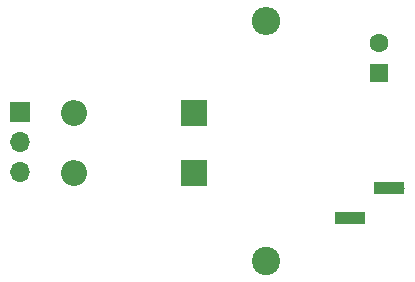
<source format=gbr>
%TF.GenerationSoftware,KiCad,Pcbnew,(6.0.9)*%
%TF.CreationDate,2023-03-03T16:49:01+05:30*%
%TF.ProjectId,CTFWR,43544657-522e-46b6-9963-61645f706362,V0.1*%
%TF.SameCoordinates,Original*%
%TF.FileFunction,Copper,L1,Top*%
%TF.FilePolarity,Positive*%
%FSLAX46Y46*%
G04 Gerber Fmt 4.6, Leading zero omitted, Abs format (unit mm)*
G04 Created by KiCad (PCBNEW (6.0.9)) date 2023-03-03 16:49:01*
%MOMM*%
%LPD*%
G01*
G04 APERTURE LIST*
%TA.AperFunction,ComponentPad*%
%ADD10R,1.600000X1.600000*%
%TD*%
%TA.AperFunction,ComponentPad*%
%ADD11C,1.600000*%
%TD*%
%TA.AperFunction,SMDPad,CuDef*%
%ADD12R,2.510000X1.000000*%
%TD*%
%TA.AperFunction,ComponentPad*%
%ADD13R,1.700000X1.700000*%
%TD*%
%TA.AperFunction,ComponentPad*%
%ADD14O,1.700000X1.700000*%
%TD*%
%TA.AperFunction,ComponentPad*%
%ADD15R,2.200000X2.200000*%
%TD*%
%TA.AperFunction,ComponentPad*%
%ADD16O,2.200000X2.200000*%
%TD*%
%TA.AperFunction,ComponentPad*%
%ADD17O,2.400000X2.400000*%
%TD*%
%TA.AperFunction,ComponentPad*%
%ADD18C,2.400000*%
%TD*%
%TA.AperFunction,Conductor*%
%ADD19C,0.250000*%
%TD*%
G04 APERTURE END LIST*
D10*
%TO.P,C1,1*%
%TO.N,Net-(C1-Pad1)*%
X58000000Y-49800000D03*
D11*
%TO.P,C1,2*%
%TO.N,Net-(C1-Pad2)*%
X58000000Y-47300000D03*
%TD*%
D12*
%TO.P,J2,2,Pin_2*%
%TO.N,Net-(C1-Pad1)*%
X55545000Y-62070000D03*
%TO.P,J2,1,Pin_1*%
%TO.N,Net-(C1-Pad2)*%
X58855000Y-59530000D03*
%TD*%
D13*
%TO.P,J1,1,Pin_1*%
%TO.N,Net-(D1-Pad2)*%
X27600000Y-53175000D03*
D14*
%TO.P,J1,2,Pin_2*%
%TO.N,Net-(C1-Pad2)*%
X27600000Y-55715000D03*
%TO.P,J1,3,Pin_3*%
%TO.N,Net-(D2-Pad2)*%
X27600000Y-58255000D03*
%TD*%
D15*
%TO.P,D2,1,K*%
%TO.N,Net-(C1-Pad1)*%
X42300000Y-58300000D03*
D16*
%TO.P,D2,2,A*%
%TO.N,Net-(D2-Pad2)*%
X32140000Y-58300000D03*
%TD*%
D15*
%TO.P,D1,1,K*%
%TO.N,Net-(C1-Pad1)*%
X42300000Y-53200000D03*
D16*
%TO.P,D1,2,A*%
%TO.N,Net-(D1-Pad2)*%
X32140000Y-53200000D03*
%TD*%
D17*
%TO.P,R1,2*%
%TO.N,Net-(C1-Pad2)*%
X48400000Y-45440000D03*
D18*
%TO.P,R1,1*%
%TO.N,Net-(C1-Pad1)*%
X48400000Y-65760000D03*
%TD*%
D19*
%TO.N,Net-(C1-Pad1)*%
X42300000Y-58200000D02*
X42400000Y-58300000D01*
%TO.N,Net-(C1-Pad2)*%
X60070000Y-59530000D02*
X58855000Y-59530000D01*
%TO.N,Net-(C1-Pad1)*%
X42300000Y-57700000D02*
X41700000Y-58300000D01*
%TO.N,Net-(D2-Pad2)*%
X31495000Y-58255000D02*
X31540000Y-58300000D01*
%TO.N,Net-(D1-Pad2)*%
X32115000Y-53175000D02*
X32140000Y-53200000D01*
%TD*%
M02*

</source>
